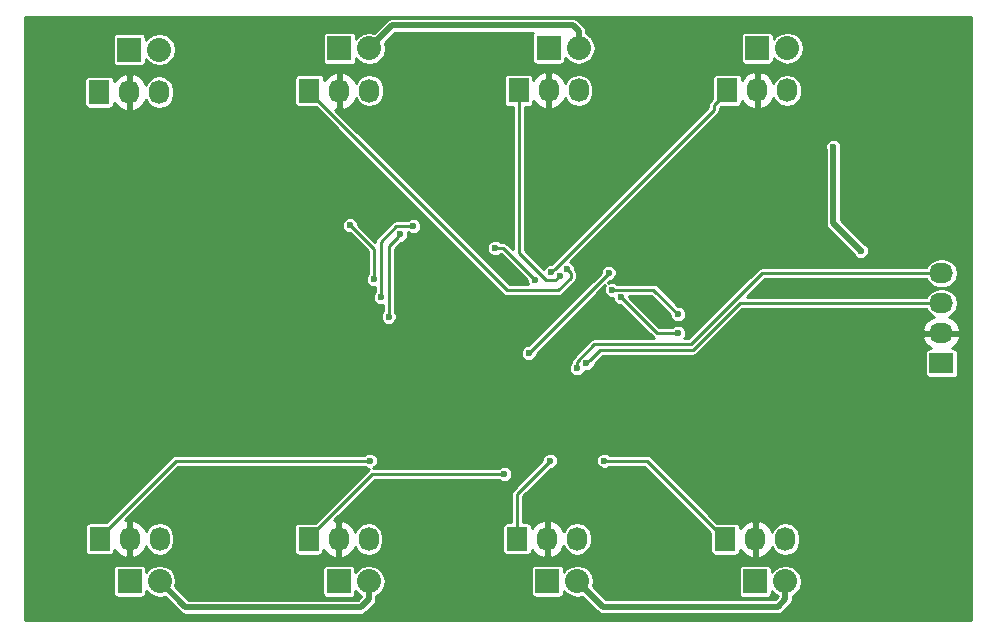
<source format=gbr>
G04 #@! TF.FileFunction,Copper,L2,Bot,Signal*
%FSLAX46Y46*%
G04 Gerber Fmt 4.6, Leading zero omitted, Abs format (unit mm)*
G04 Created by KiCad (PCBNEW 4.0.2-stable) date 2017年04月18日 星期二 05:20:49*
%MOMM*%
G01*
G04 APERTURE LIST*
%ADD10C,0.100000*%
%ADD11R,2.032000X2.032000*%
%ADD12O,2.032000X2.032000*%
%ADD13R,2.032000X1.727200*%
%ADD14O,2.032000X1.727200*%
%ADD15R,1.727200X2.032000*%
%ADD16O,1.727200X2.032000*%
%ADD17C,0.600000*%
%ADD18C,0.250000*%
%ADD19C,0.500000*%
%ADD20C,0.254000*%
G04 APERTURE END LIST*
D10*
D11*
X123260000Y-88225000D03*
D12*
X125800000Y-88225000D03*
D11*
X141058900Y-88112600D03*
D12*
X143598900Y-88112600D03*
D11*
X158775000Y-88100000D03*
D12*
X161315000Y-88100000D03*
D11*
X176425000Y-88100000D03*
D12*
X178965000Y-88100000D03*
D11*
X123285000Y-133225000D03*
D12*
X125825000Y-133225000D03*
D11*
X141010000Y-133250000D03*
D12*
X143550000Y-133250000D03*
D11*
X158660000Y-133225000D03*
D12*
X161200000Y-133225000D03*
D11*
X176260000Y-133250000D03*
D12*
X178800000Y-133250000D03*
D13*
X192025000Y-114765000D03*
D14*
X192025000Y-112225000D03*
X192025000Y-109685000D03*
X192025000Y-107145000D03*
D15*
X120720000Y-91825000D03*
D16*
X123260000Y-91825000D03*
X125800000Y-91825000D03*
D15*
X138506200Y-91694000D03*
D16*
X141046200Y-91694000D03*
X143586200Y-91694000D03*
D15*
X156225000Y-91675000D03*
D16*
X158765000Y-91675000D03*
X161305000Y-91675000D03*
D15*
X173875000Y-91675000D03*
D16*
X176415000Y-91675000D03*
X178955000Y-91675000D03*
D15*
X120745000Y-129650000D03*
D16*
X123285000Y-129650000D03*
X125825000Y-129650000D03*
D15*
X138450000Y-129675000D03*
D16*
X140990000Y-129675000D03*
X143530000Y-129675000D03*
D15*
X156100000Y-129650000D03*
D16*
X158640000Y-129650000D03*
X161180000Y-129650000D03*
D15*
X173725000Y-129675000D03*
D16*
X176265000Y-129675000D03*
X178805000Y-129675000D03*
D17*
X158429136Y-106504762D03*
X155970549Y-107120549D03*
X170300000Y-108675000D03*
X170300000Y-107075000D03*
X164475000Y-107825000D03*
X155950000Y-113750000D03*
X157850000Y-101825000D03*
X153575000Y-103525000D03*
X150500000Y-108075000D03*
X150150000Y-115150000D03*
X161575000Y-118150000D03*
X163300000Y-115275000D03*
X185025000Y-114975000D03*
X185025000Y-113475000D03*
X187775000Y-111000000D03*
X188600000Y-108475000D03*
X187550000Y-105875000D03*
X128400000Y-131425000D03*
X146075000Y-131475000D03*
X163725000Y-131425000D03*
X181350000Y-131450000D03*
X170250000Y-129675000D03*
X152625000Y-129675000D03*
X134975000Y-129675000D03*
X117250000Y-129675000D03*
X128400000Y-89999996D03*
X146150000Y-89900000D03*
X163850000Y-89900002D03*
X181525000Y-89875000D03*
X170500000Y-91700000D03*
X152825000Y-91700000D03*
X135125000Y-91750000D03*
X117375000Y-91850000D03*
X169975000Y-97925000D03*
X160500000Y-97925000D03*
X163850000Y-107125000D03*
X157075000Y-113925000D03*
X182875000Y-96450000D03*
X185200000Y-105250000D03*
X161975000Y-114775000D03*
X161174998Y-115200000D03*
X157599998Y-107699998D03*
X154254449Y-105020551D03*
X160325000Y-106825000D03*
X159735702Y-107372808D03*
X158995161Y-107070124D03*
X143625000Y-123025000D03*
X155000000Y-124150000D03*
X158900000Y-123025000D03*
X163475000Y-123025000D03*
X143950000Y-107674998D03*
X141950000Y-103100000D03*
X147325000Y-103175000D03*
X144550000Y-109200000D03*
X146225000Y-103875000D03*
X145225000Y-110850000D03*
X164870202Y-109164587D03*
X169725000Y-112225000D03*
X164115279Y-108539577D03*
X169724998Y-110625000D03*
D18*
X163850000Y-107150000D02*
X163850000Y-107125000D01*
X157075000Y-113925000D02*
X163850000Y-107150000D01*
D19*
X178800000Y-133250000D02*
X178800000Y-134775000D01*
X178800000Y-134775000D02*
X178175000Y-135400000D01*
X163375000Y-135400000D02*
X161200000Y-133225000D01*
X178175000Y-135400000D02*
X163375000Y-135400000D01*
X143550000Y-133250000D02*
X143550000Y-134775000D01*
X143550000Y-134775000D02*
X142900000Y-135425000D01*
X142900000Y-135425000D02*
X128025000Y-135425000D01*
X128025000Y-135425000D02*
X125825000Y-133225000D01*
X185200000Y-105250000D02*
X182875000Y-102925000D01*
X182875000Y-102925000D02*
X182875000Y-96450000D01*
X143598900Y-88112600D02*
X145536500Y-86175000D01*
X145536500Y-86175000D02*
X160850000Y-86175000D01*
X160850000Y-86175000D02*
X161315000Y-86640000D01*
X161315000Y-86640000D02*
X161315000Y-88100000D01*
D18*
X163125000Y-113625000D02*
X162274999Y-114475001D01*
X192025000Y-109685000D02*
X174940000Y-109685000D01*
X174940000Y-109685000D02*
X171000000Y-113625000D01*
X171000000Y-113625000D02*
X163125000Y-113625000D01*
X162274999Y-114475001D02*
X161975000Y-114775000D01*
X161174998Y-114775736D02*
X161174998Y-115200000D01*
X161174998Y-114650000D02*
X161174998Y-114775736D01*
X162650009Y-113174989D02*
X161174998Y-114650000D01*
X170813601Y-113174989D02*
X162650009Y-113174989D01*
X192025000Y-107145000D02*
X176843590Y-107145000D01*
X176843590Y-107145000D02*
X170813601Y-113174989D01*
X157299999Y-107399999D02*
X157599998Y-107699998D01*
X154254449Y-105020551D02*
X154920551Y-105020551D01*
X154920551Y-105020551D02*
X157299999Y-107399999D01*
X120720000Y-91825000D02*
X120725000Y-91825000D01*
X160624999Y-107124999D02*
X160325000Y-106825000D01*
X160624999Y-107524265D02*
X160624999Y-107124999D01*
X159549262Y-108600002D02*
X160624999Y-107524265D01*
X155259802Y-108600002D02*
X159549262Y-108600002D01*
X138506200Y-91846400D02*
X155259802Y-108600002D01*
X138506200Y-91694000D02*
X138506200Y-91846400D01*
X159358509Y-107750001D02*
X159435703Y-107672807D01*
X159435703Y-107672807D02*
X159735702Y-107372808D01*
X158549999Y-107750001D02*
X159358509Y-107750001D01*
X156225000Y-91675000D02*
X156225000Y-105425002D01*
X156225000Y-105425002D02*
X158549999Y-107750001D01*
X172761400Y-93303885D02*
X159295160Y-106770125D01*
X159295160Y-106770125D02*
X158995161Y-107070124D01*
X172761400Y-92941000D02*
X172761400Y-93303885D01*
X173875000Y-91827400D02*
X172761400Y-92941000D01*
X173875000Y-91675000D02*
X173875000Y-91827400D01*
X143200736Y-123025000D02*
X143625000Y-123025000D01*
X127217600Y-123025000D02*
X143200736Y-123025000D01*
X120745000Y-129497600D02*
X127217600Y-123025000D01*
X120745000Y-129650000D02*
X120745000Y-129497600D01*
X154575736Y-124150000D02*
X155000000Y-124150000D01*
X143822600Y-124150000D02*
X154575736Y-124150000D01*
X138450000Y-129522600D02*
X143822600Y-124150000D01*
X138450000Y-129675000D02*
X138450000Y-129522600D01*
X158600001Y-123324999D02*
X158900000Y-123025000D01*
X156100000Y-129650000D02*
X156100000Y-125825000D01*
X156100000Y-125825000D02*
X158600001Y-123324999D01*
X173725000Y-129675000D02*
X167075000Y-123025000D01*
X167075000Y-123025000D02*
X163475000Y-123025000D01*
X143950000Y-105100000D02*
X143950000Y-107250734D01*
X143950000Y-107250734D02*
X143950000Y-107674998D01*
X141950000Y-103100000D02*
X143950000Y-105100000D01*
X146900736Y-103175000D02*
X147325000Y-103175000D01*
X145875000Y-103175000D02*
X146900736Y-103175000D01*
X144575001Y-104474999D02*
X145875000Y-103175000D01*
X144575001Y-108750735D02*
X144575001Y-104474999D01*
X144550000Y-108775736D02*
X144575001Y-108750735D01*
X144550000Y-109200000D02*
X144550000Y-108775736D01*
X145925001Y-104174999D02*
X146225000Y-103875000D01*
X145225000Y-104875000D02*
X145925001Y-104174999D01*
X145225000Y-110850000D02*
X145225000Y-104875000D01*
X169725000Y-112225000D02*
X167930615Y-112225000D01*
X165170201Y-109464586D02*
X164870202Y-109164587D01*
X167930615Y-112225000D02*
X165170201Y-109464586D01*
X169724998Y-110625000D02*
X169724998Y-110624998D01*
X169724998Y-110624998D02*
X167639577Y-108539577D01*
X167639577Y-108539577D02*
X164539543Y-108539577D01*
X164539543Y-108539577D02*
X164115279Y-108539577D01*
D20*
G36*
X194544000Y-136544000D02*
X114456000Y-136544000D01*
X114456000Y-132209000D01*
X121880536Y-132209000D01*
X121880536Y-134241000D01*
X121907103Y-134382190D01*
X121990546Y-134511865D01*
X122117866Y-134598859D01*
X122269000Y-134629464D01*
X124301000Y-134629464D01*
X124442190Y-134602897D01*
X124571865Y-134519454D01*
X124658859Y-134392134D01*
X124689464Y-134241000D01*
X124689464Y-134032728D01*
X124809803Y-134212828D01*
X125263022Y-134515660D01*
X125797631Y-134622000D01*
X125852369Y-134622000D01*
X126250449Y-134542817D01*
X127578816Y-135871184D01*
X127783527Y-136007968D01*
X128025000Y-136056000D01*
X142900000Y-136056000D01*
X143141473Y-136007968D01*
X143346184Y-135871184D01*
X143996185Y-135221184D01*
X144132968Y-135016473D01*
X144181000Y-134775000D01*
X144181000Y-134494541D01*
X144565197Y-134237828D01*
X144868029Y-133784609D01*
X144974369Y-133250000D01*
X144868029Y-132715391D01*
X144565197Y-132262172D01*
X144485620Y-132209000D01*
X157255536Y-132209000D01*
X157255536Y-134241000D01*
X157282103Y-134382190D01*
X157365546Y-134511865D01*
X157492866Y-134598859D01*
X157644000Y-134629464D01*
X159676000Y-134629464D01*
X159817190Y-134602897D01*
X159946865Y-134519454D01*
X160033859Y-134392134D01*
X160064464Y-134241000D01*
X160064464Y-134032728D01*
X160184803Y-134212828D01*
X160638022Y-134515660D01*
X161172631Y-134622000D01*
X161227369Y-134622000D01*
X161625449Y-134542817D01*
X162928815Y-135846184D01*
X163065599Y-135937580D01*
X163133527Y-135982968D01*
X163375000Y-136031000D01*
X178175000Y-136031000D01*
X178416473Y-135982968D01*
X178621184Y-135846184D01*
X179246184Y-135221185D01*
X179382967Y-135016474D01*
X179382968Y-135016473D01*
X179431000Y-134775000D01*
X179431000Y-134494541D01*
X179815197Y-134237828D01*
X180118029Y-133784609D01*
X180224369Y-133250000D01*
X180118029Y-132715391D01*
X179815197Y-132262172D01*
X179361978Y-131959340D01*
X178827369Y-131853000D01*
X178772631Y-131853000D01*
X178238022Y-131959340D01*
X177784803Y-132262172D01*
X177664464Y-132442272D01*
X177664464Y-132234000D01*
X177637897Y-132092810D01*
X177554454Y-131963135D01*
X177427134Y-131876141D01*
X177276000Y-131845536D01*
X175244000Y-131845536D01*
X175102810Y-131872103D01*
X174973135Y-131955546D01*
X174886141Y-132082866D01*
X174855536Y-132234000D01*
X174855536Y-134266000D01*
X174882103Y-134407190D01*
X174965546Y-134536865D01*
X175092866Y-134623859D01*
X175244000Y-134654464D01*
X177276000Y-134654464D01*
X177417190Y-134627897D01*
X177546865Y-134544454D01*
X177633859Y-134417134D01*
X177664464Y-134266000D01*
X177664464Y-134057728D01*
X177784803Y-134237828D01*
X178169000Y-134494541D01*
X178169000Y-134513631D01*
X177913632Y-134769000D01*
X163636369Y-134769000D01*
X162536105Y-133668736D01*
X162624369Y-133225000D01*
X162518029Y-132690391D01*
X162215197Y-132237172D01*
X161761978Y-131934340D01*
X161227369Y-131828000D01*
X161172631Y-131828000D01*
X160638022Y-131934340D01*
X160184803Y-132237172D01*
X160064464Y-132417272D01*
X160064464Y-132209000D01*
X160037897Y-132067810D01*
X159954454Y-131938135D01*
X159827134Y-131851141D01*
X159676000Y-131820536D01*
X157644000Y-131820536D01*
X157502810Y-131847103D01*
X157373135Y-131930546D01*
X157286141Y-132057866D01*
X157255536Y-132209000D01*
X144485620Y-132209000D01*
X144111978Y-131959340D01*
X143577369Y-131853000D01*
X143522631Y-131853000D01*
X142988022Y-131959340D01*
X142534803Y-132262172D01*
X142414464Y-132442272D01*
X142414464Y-132234000D01*
X142387897Y-132092810D01*
X142304454Y-131963135D01*
X142177134Y-131876141D01*
X142026000Y-131845536D01*
X139994000Y-131845536D01*
X139852810Y-131872103D01*
X139723135Y-131955546D01*
X139636141Y-132082866D01*
X139605536Y-132234000D01*
X139605536Y-134266000D01*
X139632103Y-134407190D01*
X139715546Y-134536865D01*
X139842866Y-134623859D01*
X139994000Y-134654464D01*
X142026000Y-134654464D01*
X142167190Y-134627897D01*
X142296865Y-134544454D01*
X142383859Y-134417134D01*
X142414464Y-134266000D01*
X142414464Y-134057728D01*
X142534803Y-134237828D01*
X142919000Y-134494541D01*
X142919000Y-134513631D01*
X142638632Y-134794000D01*
X128286368Y-134794000D01*
X127161105Y-133668737D01*
X127249369Y-133225000D01*
X127143029Y-132690391D01*
X126840197Y-132237172D01*
X126386978Y-131934340D01*
X125852369Y-131828000D01*
X125797631Y-131828000D01*
X125263022Y-131934340D01*
X124809803Y-132237172D01*
X124689464Y-132417272D01*
X124689464Y-132209000D01*
X124662897Y-132067810D01*
X124579454Y-131938135D01*
X124452134Y-131851141D01*
X124301000Y-131820536D01*
X122269000Y-131820536D01*
X122127810Y-131847103D01*
X121998135Y-131930546D01*
X121911141Y-132057866D01*
X121880536Y-132209000D01*
X114456000Y-132209000D01*
X114456000Y-128634000D01*
X119492936Y-128634000D01*
X119492936Y-130666000D01*
X119519503Y-130807190D01*
X119602946Y-130936865D01*
X119730266Y-131023859D01*
X119881400Y-131054464D01*
X121608600Y-131054464D01*
X121749790Y-131027897D01*
X121879465Y-130944454D01*
X121966459Y-130817134D01*
X121997064Y-130666000D01*
X121997064Y-130568817D01*
X122382964Y-131000732D01*
X122910209Y-131254709D01*
X122925974Y-131257358D01*
X123158000Y-131136217D01*
X123158000Y-129777000D01*
X123138000Y-129777000D01*
X123138000Y-129523000D01*
X123158000Y-129523000D01*
X123158000Y-128163783D01*
X123412000Y-128163783D01*
X123412000Y-129523000D01*
X123432000Y-129523000D01*
X123432000Y-129777000D01*
X123412000Y-129777000D01*
X123412000Y-131136217D01*
X123644026Y-131257358D01*
X123659791Y-131254709D01*
X124187036Y-131000732D01*
X124576954Y-130564320D01*
X124672296Y-130291757D01*
X124675140Y-130306057D01*
X124944935Y-130709834D01*
X125348712Y-130979629D01*
X125825000Y-131074369D01*
X126301288Y-130979629D01*
X126705065Y-130709834D01*
X126974860Y-130306057D01*
X127069600Y-129829769D01*
X127069600Y-129470231D01*
X126974860Y-128993943D01*
X126705065Y-128590166D01*
X126301288Y-128320371D01*
X125825000Y-128225631D01*
X125348712Y-128320371D01*
X124944935Y-128590166D01*
X124675140Y-128993943D01*
X124672296Y-129008243D01*
X124576954Y-128735680D01*
X124187036Y-128299268D01*
X123659791Y-128045291D01*
X123644026Y-128042642D01*
X123412000Y-128163783D01*
X123158000Y-128163783D01*
X122925974Y-128042642D01*
X122913445Y-128044747D01*
X127427192Y-123531000D01*
X143167877Y-123531000D01*
X143238741Y-123601987D01*
X143488946Y-123705882D01*
X143593857Y-123705973D01*
X143464804Y-123792204D01*
X138986472Y-128270536D01*
X137586400Y-128270536D01*
X137445210Y-128297103D01*
X137315535Y-128380546D01*
X137228541Y-128507866D01*
X137197936Y-128659000D01*
X137197936Y-130691000D01*
X137224503Y-130832190D01*
X137307946Y-130961865D01*
X137435266Y-131048859D01*
X137586400Y-131079464D01*
X139313600Y-131079464D01*
X139454790Y-131052897D01*
X139584465Y-130969454D01*
X139671459Y-130842134D01*
X139702064Y-130691000D01*
X139702064Y-130593817D01*
X140087964Y-131025732D01*
X140615209Y-131279709D01*
X140630974Y-131282358D01*
X140863000Y-131161217D01*
X140863000Y-129802000D01*
X140843000Y-129802000D01*
X140843000Y-129548000D01*
X140863000Y-129548000D01*
X140863000Y-128188783D01*
X141117000Y-128188783D01*
X141117000Y-129548000D01*
X141137000Y-129548000D01*
X141137000Y-129802000D01*
X141117000Y-129802000D01*
X141117000Y-131161217D01*
X141349026Y-131282358D01*
X141364791Y-131279709D01*
X141892036Y-131025732D01*
X142281954Y-130589320D01*
X142377296Y-130316757D01*
X142380140Y-130331057D01*
X142649935Y-130734834D01*
X143053712Y-131004629D01*
X143530000Y-131099369D01*
X144006288Y-131004629D01*
X144410065Y-130734834D01*
X144679860Y-130331057D01*
X144774600Y-129854769D01*
X144774600Y-129495231D01*
X144679860Y-129018943D01*
X144422650Y-128634000D01*
X154847936Y-128634000D01*
X154847936Y-130666000D01*
X154874503Y-130807190D01*
X154957946Y-130936865D01*
X155085266Y-131023859D01*
X155236400Y-131054464D01*
X156963600Y-131054464D01*
X157104790Y-131027897D01*
X157234465Y-130944454D01*
X157321459Y-130817134D01*
X157352064Y-130666000D01*
X157352064Y-130568817D01*
X157737964Y-131000732D01*
X158265209Y-131254709D01*
X158280974Y-131257358D01*
X158513000Y-131136217D01*
X158513000Y-129777000D01*
X158493000Y-129777000D01*
X158493000Y-129523000D01*
X158513000Y-129523000D01*
X158513000Y-128163783D01*
X158767000Y-128163783D01*
X158767000Y-129523000D01*
X158787000Y-129523000D01*
X158787000Y-129777000D01*
X158767000Y-129777000D01*
X158767000Y-131136217D01*
X158999026Y-131257358D01*
X159014791Y-131254709D01*
X159542036Y-131000732D01*
X159931954Y-130564320D01*
X160027296Y-130291757D01*
X160030140Y-130306057D01*
X160299935Y-130709834D01*
X160703712Y-130979629D01*
X161180000Y-131074369D01*
X161656288Y-130979629D01*
X162060065Y-130709834D01*
X162329860Y-130306057D01*
X162424600Y-129829769D01*
X162424600Y-129470231D01*
X162329860Y-128993943D01*
X162060065Y-128590166D01*
X161656288Y-128320371D01*
X161180000Y-128225631D01*
X160703712Y-128320371D01*
X160299935Y-128590166D01*
X160030140Y-128993943D01*
X160027296Y-129008243D01*
X159931954Y-128735680D01*
X159542036Y-128299268D01*
X159014791Y-128045291D01*
X158999026Y-128042642D01*
X158767000Y-128163783D01*
X158513000Y-128163783D01*
X158280974Y-128042642D01*
X158265209Y-128045291D01*
X157737964Y-128299268D01*
X157352064Y-128731183D01*
X157352064Y-128634000D01*
X157325497Y-128492810D01*
X157242054Y-128363135D01*
X157114734Y-128276141D01*
X156963600Y-128245536D01*
X156606000Y-128245536D01*
X156606000Y-126034592D01*
X158934561Y-123706031D01*
X159034865Y-123706118D01*
X159285252Y-123602661D01*
X159476987Y-123411259D01*
X159580882Y-123161054D01*
X159580883Y-123159865D01*
X162793882Y-123159865D01*
X162897339Y-123410252D01*
X163088741Y-123601987D01*
X163338946Y-123705882D01*
X163609865Y-123706118D01*
X163860252Y-123602661D01*
X163932038Y-123531000D01*
X166865408Y-123531000D01*
X172472936Y-129138528D01*
X172472936Y-130691000D01*
X172499503Y-130832190D01*
X172582946Y-130961865D01*
X172710266Y-131048859D01*
X172861400Y-131079464D01*
X174588600Y-131079464D01*
X174729790Y-131052897D01*
X174859465Y-130969454D01*
X174946459Y-130842134D01*
X174977064Y-130691000D01*
X174977064Y-130593817D01*
X175362964Y-131025732D01*
X175890209Y-131279709D01*
X175905974Y-131282358D01*
X176138000Y-131161217D01*
X176138000Y-129802000D01*
X176118000Y-129802000D01*
X176118000Y-129548000D01*
X176138000Y-129548000D01*
X176138000Y-128188783D01*
X176392000Y-128188783D01*
X176392000Y-129548000D01*
X176412000Y-129548000D01*
X176412000Y-129802000D01*
X176392000Y-129802000D01*
X176392000Y-131161217D01*
X176624026Y-131282358D01*
X176639791Y-131279709D01*
X177167036Y-131025732D01*
X177556954Y-130589320D01*
X177652296Y-130316757D01*
X177655140Y-130331057D01*
X177924935Y-130734834D01*
X178328712Y-131004629D01*
X178805000Y-131099369D01*
X179281288Y-131004629D01*
X179685065Y-130734834D01*
X179954860Y-130331057D01*
X180049600Y-129854769D01*
X180049600Y-129495231D01*
X179954860Y-129018943D01*
X179685065Y-128615166D01*
X179281288Y-128345371D01*
X178805000Y-128250631D01*
X178328712Y-128345371D01*
X177924935Y-128615166D01*
X177655140Y-129018943D01*
X177652296Y-129033243D01*
X177556954Y-128760680D01*
X177167036Y-128324268D01*
X176639791Y-128070291D01*
X176624026Y-128067642D01*
X176392000Y-128188783D01*
X176138000Y-128188783D01*
X175905974Y-128067642D01*
X175890209Y-128070291D01*
X175362964Y-128324268D01*
X174977064Y-128756183D01*
X174977064Y-128659000D01*
X174950497Y-128517810D01*
X174867054Y-128388135D01*
X174739734Y-128301141D01*
X174588600Y-128270536D01*
X173036128Y-128270536D01*
X167432796Y-122667204D01*
X167268638Y-122557517D01*
X167075000Y-122519000D01*
X163932123Y-122519000D01*
X163861259Y-122448013D01*
X163611054Y-122344118D01*
X163340135Y-122343882D01*
X163089748Y-122447339D01*
X162898013Y-122638741D01*
X162794118Y-122888946D01*
X162793882Y-123159865D01*
X159580883Y-123159865D01*
X159581118Y-122890135D01*
X159477661Y-122639748D01*
X159286259Y-122448013D01*
X159036054Y-122344118D01*
X158765135Y-122343882D01*
X158514748Y-122447339D01*
X158323013Y-122638741D01*
X158219118Y-122888946D01*
X158219030Y-122990378D01*
X155742204Y-125467204D01*
X155632517Y-125631362D01*
X155594000Y-125825000D01*
X155594000Y-128245536D01*
X155236400Y-128245536D01*
X155095210Y-128272103D01*
X154965535Y-128355546D01*
X154878541Y-128482866D01*
X154847936Y-128634000D01*
X144422650Y-128634000D01*
X144410065Y-128615166D01*
X144006288Y-128345371D01*
X143530000Y-128250631D01*
X143053712Y-128345371D01*
X142649935Y-128615166D01*
X142380140Y-129018943D01*
X142377296Y-129033243D01*
X142281954Y-128760680D01*
X141892036Y-128324268D01*
X141364791Y-128070291D01*
X141349026Y-128067642D01*
X141117000Y-128188783D01*
X140863000Y-128188783D01*
X140630974Y-128067642D01*
X140618445Y-128069747D01*
X144032192Y-124656000D01*
X154542877Y-124656000D01*
X154613741Y-124726987D01*
X154863946Y-124830882D01*
X155134865Y-124831118D01*
X155385252Y-124727661D01*
X155576987Y-124536259D01*
X155680882Y-124286054D01*
X155681118Y-124015135D01*
X155577661Y-123764748D01*
X155386259Y-123573013D01*
X155136054Y-123469118D01*
X154865135Y-123468882D01*
X154614748Y-123572339D01*
X154542962Y-123644000D01*
X143910203Y-123644000D01*
X144010252Y-123602661D01*
X144201987Y-123411259D01*
X144305882Y-123161054D01*
X144306118Y-122890135D01*
X144202661Y-122639748D01*
X144011259Y-122448013D01*
X143761054Y-122344118D01*
X143490135Y-122343882D01*
X143239748Y-122447339D01*
X143167962Y-122519000D01*
X127217600Y-122519000D01*
X127023962Y-122557517D01*
X126902402Y-122638741D01*
X126859804Y-122667204D01*
X121281472Y-128245536D01*
X119881400Y-128245536D01*
X119740210Y-128272103D01*
X119610535Y-128355546D01*
X119523541Y-128482866D01*
X119492936Y-128634000D01*
X114456000Y-128634000D01*
X114456000Y-114059865D01*
X156393882Y-114059865D01*
X156497339Y-114310252D01*
X156688741Y-114501987D01*
X156938946Y-114605882D01*
X157209865Y-114606118D01*
X157460252Y-114502661D01*
X157651987Y-114311259D01*
X157755882Y-114061054D01*
X157755970Y-113959622D01*
X163521262Y-108194330D01*
X163434397Y-108403523D01*
X163434161Y-108674442D01*
X163537618Y-108924829D01*
X163729020Y-109116564D01*
X163979225Y-109220459D01*
X164189153Y-109220642D01*
X164189084Y-109299452D01*
X164292541Y-109549839D01*
X164483943Y-109741574D01*
X164734148Y-109845469D01*
X164835580Y-109845557D01*
X167572819Y-112582796D01*
X167701816Y-112668989D01*
X162650009Y-112668989D01*
X162456371Y-112707506D01*
X162314970Y-112801987D01*
X162292213Y-112817193D01*
X160817202Y-114292204D01*
X160707515Y-114456362D01*
X160668998Y-114650000D01*
X160668998Y-114742877D01*
X160598011Y-114813741D01*
X160494116Y-115063946D01*
X160493880Y-115334865D01*
X160597337Y-115585252D01*
X160788739Y-115776987D01*
X161038944Y-115880882D01*
X161309863Y-115881118D01*
X161560250Y-115777661D01*
X161751985Y-115586259D01*
X161810950Y-115444257D01*
X161838946Y-115455882D01*
X162109865Y-115456118D01*
X162360252Y-115352661D01*
X162551987Y-115161259D01*
X162655882Y-114911054D01*
X162655970Y-114809622D01*
X163334592Y-114131000D01*
X171000000Y-114131000D01*
X171193638Y-114092483D01*
X171357796Y-113982796D01*
X172756566Y-112584026D01*
X190417642Y-112584026D01*
X190420291Y-112599791D01*
X190674268Y-113127036D01*
X191106183Y-113512936D01*
X191009000Y-113512936D01*
X190867810Y-113539503D01*
X190738135Y-113622946D01*
X190651141Y-113750266D01*
X190620536Y-113901400D01*
X190620536Y-115628600D01*
X190647103Y-115769790D01*
X190730546Y-115899465D01*
X190857866Y-115986459D01*
X191009000Y-116017064D01*
X193041000Y-116017064D01*
X193182190Y-115990497D01*
X193311865Y-115907054D01*
X193398859Y-115779734D01*
X193429464Y-115628600D01*
X193429464Y-113901400D01*
X193402897Y-113760210D01*
X193319454Y-113630535D01*
X193192134Y-113543541D01*
X193041000Y-113512936D01*
X192943817Y-113512936D01*
X193375732Y-113127036D01*
X193629709Y-112599791D01*
X193632358Y-112584026D01*
X193511217Y-112352000D01*
X192152000Y-112352000D01*
X192152000Y-112372000D01*
X191898000Y-112372000D01*
X191898000Y-112352000D01*
X190538783Y-112352000D01*
X190417642Y-112584026D01*
X172756566Y-112584026D01*
X175149592Y-110191000D01*
X190715224Y-110191000D01*
X190965166Y-110565065D01*
X191368943Y-110834860D01*
X191383243Y-110837704D01*
X191110680Y-110933046D01*
X190674268Y-111322964D01*
X190420291Y-111850209D01*
X190417642Y-111865974D01*
X190538783Y-112098000D01*
X191898000Y-112098000D01*
X191898000Y-112078000D01*
X192152000Y-112078000D01*
X192152000Y-112098000D01*
X193511217Y-112098000D01*
X193632358Y-111865974D01*
X193629709Y-111850209D01*
X193375732Y-111322964D01*
X192939320Y-110933046D01*
X192666757Y-110837704D01*
X192681057Y-110834860D01*
X193084834Y-110565065D01*
X193354629Y-110161288D01*
X193449369Y-109685000D01*
X193354629Y-109208712D01*
X193084834Y-108804935D01*
X192681057Y-108535140D01*
X192204769Y-108440400D01*
X191845231Y-108440400D01*
X191368943Y-108535140D01*
X190965166Y-108804935D01*
X190715224Y-109179000D01*
X175525182Y-109179000D01*
X177053182Y-107651000D01*
X190715224Y-107651000D01*
X190965166Y-108025065D01*
X191368943Y-108294860D01*
X191845231Y-108389600D01*
X192204769Y-108389600D01*
X192681057Y-108294860D01*
X193084834Y-108025065D01*
X193354629Y-107621288D01*
X193449369Y-107145000D01*
X193354629Y-106668712D01*
X193084834Y-106264935D01*
X192681057Y-105995140D01*
X192204769Y-105900400D01*
X191845231Y-105900400D01*
X191368943Y-105995140D01*
X190965166Y-106264935D01*
X190715224Y-106639000D01*
X176843590Y-106639000D01*
X176649952Y-106677517D01*
X176485794Y-106787204D01*
X170604009Y-112668989D01*
X170244157Y-112668989D01*
X170301987Y-112611259D01*
X170405882Y-112361054D01*
X170406118Y-112090135D01*
X170302661Y-111839748D01*
X170111259Y-111648013D01*
X169861054Y-111544118D01*
X169590135Y-111543882D01*
X169339748Y-111647339D01*
X169267962Y-111719000D01*
X168140207Y-111719000D01*
X165551233Y-109130026D01*
X165551306Y-109045577D01*
X167429985Y-109045577D01*
X169043967Y-110659559D01*
X169043880Y-110759865D01*
X169147337Y-111010252D01*
X169338739Y-111201987D01*
X169588944Y-111305882D01*
X169859863Y-111306118D01*
X170110250Y-111202661D01*
X170301985Y-111011259D01*
X170405880Y-110761054D01*
X170406116Y-110490135D01*
X170302659Y-110239748D01*
X170111257Y-110048013D01*
X169861052Y-109944118D01*
X169759622Y-109944030D01*
X167997373Y-108181781D01*
X167833215Y-108072094D01*
X167639577Y-108033577D01*
X164572402Y-108033577D01*
X164501538Y-107962590D01*
X164251333Y-107858695D01*
X163980414Y-107858459D01*
X163770328Y-107945264D01*
X163909540Y-107806052D01*
X163984865Y-107806118D01*
X164235252Y-107702661D01*
X164426987Y-107511259D01*
X164530882Y-107261054D01*
X164531118Y-106990135D01*
X164427661Y-106739748D01*
X164236259Y-106548013D01*
X163986054Y-106444118D01*
X163715135Y-106443882D01*
X163464748Y-106547339D01*
X163273013Y-106738741D01*
X163169118Y-106988946D01*
X163169008Y-107115400D01*
X157040439Y-113243969D01*
X156940135Y-113243882D01*
X156689748Y-113347339D01*
X156498013Y-113538741D01*
X156394118Y-113788946D01*
X156393882Y-114059865D01*
X114456000Y-114059865D01*
X114456000Y-103234865D01*
X141268882Y-103234865D01*
X141372339Y-103485252D01*
X141563741Y-103676987D01*
X141813946Y-103780882D01*
X141915378Y-103780970D01*
X143444000Y-105309592D01*
X143444000Y-107217875D01*
X143373013Y-107288739D01*
X143269118Y-107538944D01*
X143268882Y-107809863D01*
X143372339Y-108060250D01*
X143563741Y-108251985D01*
X143813946Y-108355880D01*
X144069001Y-108356102D01*
X144069001Y-108650048D01*
X144052155Y-108734736D01*
X143973013Y-108813741D01*
X143869118Y-109063946D01*
X143868882Y-109334865D01*
X143972339Y-109585252D01*
X144163741Y-109776987D01*
X144413946Y-109880882D01*
X144684865Y-109881118D01*
X144719000Y-109867014D01*
X144719000Y-110392877D01*
X144648013Y-110463741D01*
X144544118Y-110713946D01*
X144543882Y-110984865D01*
X144647339Y-111235252D01*
X144838741Y-111426987D01*
X145088946Y-111530882D01*
X145359865Y-111531118D01*
X145610252Y-111427661D01*
X145801987Y-111236259D01*
X145905882Y-110986054D01*
X145906118Y-110715135D01*
X145802661Y-110464748D01*
X145731000Y-110392962D01*
X145731000Y-105084592D01*
X146259561Y-104556031D01*
X146359865Y-104556118D01*
X146610252Y-104452661D01*
X146801987Y-104261259D01*
X146905882Y-104011054D01*
X146906118Y-103740135D01*
X146891435Y-103704598D01*
X146938741Y-103751987D01*
X147188946Y-103855882D01*
X147459865Y-103856118D01*
X147710252Y-103752661D01*
X147901987Y-103561259D01*
X148005882Y-103311054D01*
X148006118Y-103040135D01*
X147902661Y-102789748D01*
X147711259Y-102598013D01*
X147461054Y-102494118D01*
X147190135Y-102493882D01*
X146939748Y-102597339D01*
X146867962Y-102669000D01*
X145875000Y-102669000D01*
X145681362Y-102707517D01*
X145517204Y-102817204D01*
X144217205Y-104117203D01*
X144107518Y-104281361D01*
X144069001Y-104474999D01*
X144069001Y-104503409D01*
X142631031Y-103065439D01*
X142631118Y-102965135D01*
X142527661Y-102714748D01*
X142336259Y-102523013D01*
X142086054Y-102419118D01*
X141815135Y-102418882D01*
X141564748Y-102522339D01*
X141373013Y-102713741D01*
X141269118Y-102963946D01*
X141268882Y-103234865D01*
X114456000Y-103234865D01*
X114456000Y-90809000D01*
X119467936Y-90809000D01*
X119467936Y-92841000D01*
X119494503Y-92982190D01*
X119577946Y-93111865D01*
X119705266Y-93198859D01*
X119856400Y-93229464D01*
X121583600Y-93229464D01*
X121724790Y-93202897D01*
X121854465Y-93119454D01*
X121941459Y-92992134D01*
X121972064Y-92841000D01*
X121972064Y-92743817D01*
X122357964Y-93175732D01*
X122885209Y-93429709D01*
X122900974Y-93432358D01*
X123133000Y-93311217D01*
X123133000Y-91952000D01*
X123113000Y-91952000D01*
X123113000Y-91698000D01*
X123133000Y-91698000D01*
X123133000Y-90338783D01*
X123387000Y-90338783D01*
X123387000Y-91698000D01*
X123407000Y-91698000D01*
X123407000Y-91952000D01*
X123387000Y-91952000D01*
X123387000Y-93311217D01*
X123619026Y-93432358D01*
X123634791Y-93429709D01*
X124162036Y-93175732D01*
X124551954Y-92739320D01*
X124647296Y-92466757D01*
X124650140Y-92481057D01*
X124919935Y-92884834D01*
X125323712Y-93154629D01*
X125800000Y-93249369D01*
X126276288Y-93154629D01*
X126680065Y-92884834D01*
X126949860Y-92481057D01*
X127044600Y-92004769D01*
X127044600Y-91645231D01*
X126949860Y-91168943D01*
X126680065Y-90765166D01*
X126549612Y-90678000D01*
X137254136Y-90678000D01*
X137254136Y-92710000D01*
X137280703Y-92851190D01*
X137364146Y-92980865D01*
X137491466Y-93067859D01*
X137642600Y-93098464D01*
X139042672Y-93098464D01*
X154902006Y-108957798D01*
X155066164Y-109067485D01*
X155259802Y-109106002D01*
X159549262Y-109106002D01*
X159742900Y-109067485D01*
X159907058Y-108957798D01*
X160982795Y-107882061D01*
X161092482Y-107717903D01*
X161130999Y-107524265D01*
X161130999Y-107124999D01*
X161092482Y-106931361D01*
X161006021Y-106801963D01*
X161006118Y-106690135D01*
X160902661Y-106439748D01*
X160711259Y-106248013D01*
X160585206Y-106195671D01*
X170196012Y-96584865D01*
X182193882Y-96584865D01*
X182244000Y-96706161D01*
X182244000Y-102925000D01*
X182266902Y-103040135D01*
X182292032Y-103166473D01*
X182428816Y-103371184D01*
X184572667Y-105515036D01*
X184622339Y-105635252D01*
X184813741Y-105826987D01*
X185063946Y-105930882D01*
X185334865Y-105931118D01*
X185585252Y-105827661D01*
X185776987Y-105636259D01*
X185880882Y-105386054D01*
X185881118Y-105115135D01*
X185777661Y-104864748D01*
X185586259Y-104673013D01*
X185465052Y-104622683D01*
X183506000Y-102663632D01*
X183506000Y-96706182D01*
X183555882Y-96586054D01*
X183556118Y-96315135D01*
X183452661Y-96064748D01*
X183261259Y-95873013D01*
X183011054Y-95769118D01*
X182740135Y-95768882D01*
X182489748Y-95872339D01*
X182298013Y-96063741D01*
X182194118Y-96313946D01*
X182193882Y-96584865D01*
X170196012Y-96584865D01*
X173119196Y-93661681D01*
X173228883Y-93497523D01*
X173267400Y-93303885D01*
X173267400Y-93150592D01*
X173338528Y-93079464D01*
X174738600Y-93079464D01*
X174879790Y-93052897D01*
X175009465Y-92969454D01*
X175096459Y-92842134D01*
X175127064Y-92691000D01*
X175127064Y-92593817D01*
X175512964Y-93025732D01*
X176040209Y-93279709D01*
X176055974Y-93282358D01*
X176288000Y-93161217D01*
X176288000Y-91802000D01*
X176268000Y-91802000D01*
X176268000Y-91548000D01*
X176288000Y-91548000D01*
X176288000Y-90188783D01*
X176542000Y-90188783D01*
X176542000Y-91548000D01*
X176562000Y-91548000D01*
X176562000Y-91802000D01*
X176542000Y-91802000D01*
X176542000Y-93161217D01*
X176774026Y-93282358D01*
X176789791Y-93279709D01*
X177317036Y-93025732D01*
X177706954Y-92589320D01*
X177802296Y-92316757D01*
X177805140Y-92331057D01*
X178074935Y-92734834D01*
X178478712Y-93004629D01*
X178955000Y-93099369D01*
X179431288Y-93004629D01*
X179835065Y-92734834D01*
X180104860Y-92331057D01*
X180199600Y-91854769D01*
X180199600Y-91495231D01*
X180104860Y-91018943D01*
X179835065Y-90615166D01*
X179431288Y-90345371D01*
X178955000Y-90250631D01*
X178478712Y-90345371D01*
X178074935Y-90615166D01*
X177805140Y-91018943D01*
X177802296Y-91033243D01*
X177706954Y-90760680D01*
X177317036Y-90324268D01*
X176789791Y-90070291D01*
X176774026Y-90067642D01*
X176542000Y-90188783D01*
X176288000Y-90188783D01*
X176055974Y-90067642D01*
X176040209Y-90070291D01*
X175512964Y-90324268D01*
X175127064Y-90756183D01*
X175127064Y-90659000D01*
X175100497Y-90517810D01*
X175017054Y-90388135D01*
X174889734Y-90301141D01*
X174738600Y-90270536D01*
X173011400Y-90270536D01*
X172870210Y-90297103D01*
X172740535Y-90380546D01*
X172653541Y-90507866D01*
X172622936Y-90659000D01*
X172622936Y-92363872D01*
X172403604Y-92583204D01*
X172293917Y-92747362D01*
X172255400Y-92941000D01*
X172255400Y-93094293D01*
X158960600Y-106389093D01*
X158860296Y-106389006D01*
X158609909Y-106492463D01*
X158418174Y-106683865D01*
X158354001Y-106838411D01*
X156731000Y-105215410D01*
X156731000Y-93079464D01*
X157088600Y-93079464D01*
X157229790Y-93052897D01*
X157359465Y-92969454D01*
X157446459Y-92842134D01*
X157477064Y-92691000D01*
X157477064Y-92593817D01*
X157862964Y-93025732D01*
X158390209Y-93279709D01*
X158405974Y-93282358D01*
X158638000Y-93161217D01*
X158638000Y-91802000D01*
X158618000Y-91802000D01*
X158618000Y-91548000D01*
X158638000Y-91548000D01*
X158638000Y-90188783D01*
X158892000Y-90188783D01*
X158892000Y-91548000D01*
X158912000Y-91548000D01*
X158912000Y-91802000D01*
X158892000Y-91802000D01*
X158892000Y-93161217D01*
X159124026Y-93282358D01*
X159139791Y-93279709D01*
X159667036Y-93025732D01*
X160056954Y-92589320D01*
X160152296Y-92316757D01*
X160155140Y-92331057D01*
X160424935Y-92734834D01*
X160828712Y-93004629D01*
X161305000Y-93099369D01*
X161781288Y-93004629D01*
X162185065Y-92734834D01*
X162454860Y-92331057D01*
X162549600Y-91854769D01*
X162549600Y-91495231D01*
X162454860Y-91018943D01*
X162185065Y-90615166D01*
X161781288Y-90345371D01*
X161305000Y-90250631D01*
X160828712Y-90345371D01*
X160424935Y-90615166D01*
X160155140Y-91018943D01*
X160152296Y-91033243D01*
X160056954Y-90760680D01*
X159667036Y-90324268D01*
X159139791Y-90070291D01*
X159124026Y-90067642D01*
X158892000Y-90188783D01*
X158638000Y-90188783D01*
X158405974Y-90067642D01*
X158390209Y-90070291D01*
X157862964Y-90324268D01*
X157477064Y-90756183D01*
X157477064Y-90659000D01*
X157450497Y-90517810D01*
X157367054Y-90388135D01*
X157239734Y-90301141D01*
X157088600Y-90270536D01*
X155361400Y-90270536D01*
X155220210Y-90297103D01*
X155090535Y-90380546D01*
X155003541Y-90507866D01*
X154972936Y-90659000D01*
X154972936Y-92691000D01*
X154999503Y-92832190D01*
X155082946Y-92961865D01*
X155210266Y-93048859D01*
X155361400Y-93079464D01*
X155719000Y-93079464D01*
X155719000Y-105103408D01*
X155278347Y-104662755D01*
X155114189Y-104553068D01*
X154920551Y-104514551D01*
X154711572Y-104514551D01*
X154640708Y-104443564D01*
X154390503Y-104339669D01*
X154119584Y-104339433D01*
X153869197Y-104442890D01*
X153677462Y-104634292D01*
X153573567Y-104884497D01*
X153573331Y-105155416D01*
X153676788Y-105405803D01*
X153868190Y-105597538D01*
X154118395Y-105701433D01*
X154389314Y-105701669D01*
X154639701Y-105598212D01*
X154711223Y-105526815D01*
X156918967Y-107734559D01*
X156918880Y-107834863D01*
X157022337Y-108085250D01*
X157031074Y-108094002D01*
X155469394Y-108094002D01*
X140674645Y-93299253D01*
X140687174Y-93301358D01*
X140919200Y-93180217D01*
X140919200Y-91821000D01*
X140899200Y-91821000D01*
X140899200Y-91567000D01*
X140919200Y-91567000D01*
X140919200Y-90207783D01*
X141173200Y-90207783D01*
X141173200Y-91567000D01*
X141193200Y-91567000D01*
X141193200Y-91821000D01*
X141173200Y-91821000D01*
X141173200Y-93180217D01*
X141405226Y-93301358D01*
X141420991Y-93298709D01*
X141948236Y-93044732D01*
X142338154Y-92608320D01*
X142433496Y-92335757D01*
X142436340Y-92350057D01*
X142706135Y-92753834D01*
X143109912Y-93023629D01*
X143586200Y-93118369D01*
X144062488Y-93023629D01*
X144466265Y-92753834D01*
X144736060Y-92350057D01*
X144830800Y-91873769D01*
X144830800Y-91514231D01*
X144736060Y-91037943D01*
X144466265Y-90634166D01*
X144062488Y-90364371D01*
X143586200Y-90269631D01*
X143109912Y-90364371D01*
X142706135Y-90634166D01*
X142436340Y-91037943D01*
X142433496Y-91052243D01*
X142338154Y-90779680D01*
X141948236Y-90343268D01*
X141420991Y-90089291D01*
X141405226Y-90086642D01*
X141173200Y-90207783D01*
X140919200Y-90207783D01*
X140687174Y-90086642D01*
X140671409Y-90089291D01*
X140144164Y-90343268D01*
X139758264Y-90775183D01*
X139758264Y-90678000D01*
X139731697Y-90536810D01*
X139648254Y-90407135D01*
X139520934Y-90320141D01*
X139369800Y-90289536D01*
X137642600Y-90289536D01*
X137501410Y-90316103D01*
X137371735Y-90399546D01*
X137284741Y-90526866D01*
X137254136Y-90678000D01*
X126549612Y-90678000D01*
X126276288Y-90495371D01*
X125800000Y-90400631D01*
X125323712Y-90495371D01*
X124919935Y-90765166D01*
X124650140Y-91168943D01*
X124647296Y-91183243D01*
X124551954Y-90910680D01*
X124162036Y-90474268D01*
X123634791Y-90220291D01*
X123619026Y-90217642D01*
X123387000Y-90338783D01*
X123133000Y-90338783D01*
X122900974Y-90217642D01*
X122885209Y-90220291D01*
X122357964Y-90474268D01*
X121972064Y-90906183D01*
X121972064Y-90809000D01*
X121945497Y-90667810D01*
X121862054Y-90538135D01*
X121734734Y-90451141D01*
X121583600Y-90420536D01*
X119856400Y-90420536D01*
X119715210Y-90447103D01*
X119585535Y-90530546D01*
X119498541Y-90657866D01*
X119467936Y-90809000D01*
X114456000Y-90809000D01*
X114456000Y-87209000D01*
X121855536Y-87209000D01*
X121855536Y-89241000D01*
X121882103Y-89382190D01*
X121965546Y-89511865D01*
X122092866Y-89598859D01*
X122244000Y-89629464D01*
X124276000Y-89629464D01*
X124417190Y-89602897D01*
X124546865Y-89519454D01*
X124633859Y-89392134D01*
X124664464Y-89241000D01*
X124664464Y-89032728D01*
X124784803Y-89212828D01*
X125238022Y-89515660D01*
X125772631Y-89622000D01*
X125827369Y-89622000D01*
X126361978Y-89515660D01*
X126815197Y-89212828D01*
X127118029Y-88759609D01*
X127224369Y-88225000D01*
X127118029Y-87690391D01*
X126815197Y-87237172D01*
X126604817Y-87096600D01*
X139654436Y-87096600D01*
X139654436Y-89128600D01*
X139681003Y-89269790D01*
X139764446Y-89399465D01*
X139891766Y-89486459D01*
X140042900Y-89517064D01*
X142074900Y-89517064D01*
X142216090Y-89490497D01*
X142345765Y-89407054D01*
X142432759Y-89279734D01*
X142463364Y-89128600D01*
X142463364Y-88920328D01*
X142583703Y-89100428D01*
X143036922Y-89403260D01*
X143571531Y-89509600D01*
X143626269Y-89509600D01*
X144160878Y-89403260D01*
X144614097Y-89100428D01*
X144916929Y-88647209D01*
X145023269Y-88112600D01*
X144935005Y-87668864D01*
X145797869Y-86806000D01*
X157487825Y-86806000D01*
X157401141Y-86932866D01*
X157370536Y-87084000D01*
X157370536Y-89116000D01*
X157397103Y-89257190D01*
X157480546Y-89386865D01*
X157607866Y-89473859D01*
X157759000Y-89504464D01*
X159791000Y-89504464D01*
X159932190Y-89477897D01*
X160061865Y-89394454D01*
X160148859Y-89267134D01*
X160179464Y-89116000D01*
X160179464Y-88907728D01*
X160299803Y-89087828D01*
X160753022Y-89390660D01*
X161287631Y-89497000D01*
X161342369Y-89497000D01*
X161876978Y-89390660D01*
X162330197Y-89087828D01*
X162633029Y-88634609D01*
X162739369Y-88100000D01*
X162633029Y-87565391D01*
X162330197Y-87112172D01*
X162288035Y-87084000D01*
X175020536Y-87084000D01*
X175020536Y-89116000D01*
X175047103Y-89257190D01*
X175130546Y-89386865D01*
X175257866Y-89473859D01*
X175409000Y-89504464D01*
X177441000Y-89504464D01*
X177582190Y-89477897D01*
X177711865Y-89394454D01*
X177798859Y-89267134D01*
X177829464Y-89116000D01*
X177829464Y-88907728D01*
X177949803Y-89087828D01*
X178403022Y-89390660D01*
X178937631Y-89497000D01*
X178992369Y-89497000D01*
X179526978Y-89390660D01*
X179980197Y-89087828D01*
X180283029Y-88634609D01*
X180389369Y-88100000D01*
X180283029Y-87565391D01*
X179980197Y-87112172D01*
X179526978Y-86809340D01*
X178992369Y-86703000D01*
X178937631Y-86703000D01*
X178403022Y-86809340D01*
X177949803Y-87112172D01*
X177829464Y-87292272D01*
X177829464Y-87084000D01*
X177802897Y-86942810D01*
X177719454Y-86813135D01*
X177592134Y-86726141D01*
X177441000Y-86695536D01*
X175409000Y-86695536D01*
X175267810Y-86722103D01*
X175138135Y-86805546D01*
X175051141Y-86932866D01*
X175020536Y-87084000D01*
X162288035Y-87084000D01*
X161946000Y-86855459D01*
X161946000Y-86640000D01*
X161897968Y-86398527D01*
X161897968Y-86398526D01*
X161761184Y-86193815D01*
X161296184Y-85728816D01*
X161091473Y-85592032D01*
X160850000Y-85544000D01*
X145536500Y-85544000D01*
X145335089Y-85584063D01*
X145295026Y-85592032D01*
X145090315Y-85728816D01*
X144024349Y-86794783D01*
X143626269Y-86715600D01*
X143571531Y-86715600D01*
X143036922Y-86821940D01*
X142583703Y-87124772D01*
X142463364Y-87304872D01*
X142463364Y-87096600D01*
X142436797Y-86955410D01*
X142353354Y-86825735D01*
X142226034Y-86738741D01*
X142074900Y-86708136D01*
X140042900Y-86708136D01*
X139901710Y-86734703D01*
X139772035Y-86818146D01*
X139685041Y-86945466D01*
X139654436Y-87096600D01*
X126604817Y-87096600D01*
X126361978Y-86934340D01*
X125827369Y-86828000D01*
X125772631Y-86828000D01*
X125238022Y-86934340D01*
X124784803Y-87237172D01*
X124664464Y-87417272D01*
X124664464Y-87209000D01*
X124637897Y-87067810D01*
X124554454Y-86938135D01*
X124427134Y-86851141D01*
X124276000Y-86820536D01*
X122244000Y-86820536D01*
X122102810Y-86847103D01*
X121973135Y-86930546D01*
X121886141Y-87057866D01*
X121855536Y-87209000D01*
X114456000Y-87209000D01*
X114456000Y-85456000D01*
X194544000Y-85456000D01*
X194544000Y-136544000D01*
X194544000Y-136544000D01*
G37*
X194544000Y-136544000D02*
X114456000Y-136544000D01*
X114456000Y-132209000D01*
X121880536Y-132209000D01*
X121880536Y-134241000D01*
X121907103Y-134382190D01*
X121990546Y-134511865D01*
X122117866Y-134598859D01*
X122269000Y-134629464D01*
X124301000Y-134629464D01*
X124442190Y-134602897D01*
X124571865Y-134519454D01*
X124658859Y-134392134D01*
X124689464Y-134241000D01*
X124689464Y-134032728D01*
X124809803Y-134212828D01*
X125263022Y-134515660D01*
X125797631Y-134622000D01*
X125852369Y-134622000D01*
X126250449Y-134542817D01*
X127578816Y-135871184D01*
X127783527Y-136007968D01*
X128025000Y-136056000D01*
X142900000Y-136056000D01*
X143141473Y-136007968D01*
X143346184Y-135871184D01*
X143996185Y-135221184D01*
X144132968Y-135016473D01*
X144181000Y-134775000D01*
X144181000Y-134494541D01*
X144565197Y-134237828D01*
X144868029Y-133784609D01*
X144974369Y-133250000D01*
X144868029Y-132715391D01*
X144565197Y-132262172D01*
X144485620Y-132209000D01*
X157255536Y-132209000D01*
X157255536Y-134241000D01*
X157282103Y-134382190D01*
X157365546Y-134511865D01*
X157492866Y-134598859D01*
X157644000Y-134629464D01*
X159676000Y-134629464D01*
X159817190Y-134602897D01*
X159946865Y-134519454D01*
X160033859Y-134392134D01*
X160064464Y-134241000D01*
X160064464Y-134032728D01*
X160184803Y-134212828D01*
X160638022Y-134515660D01*
X161172631Y-134622000D01*
X161227369Y-134622000D01*
X161625449Y-134542817D01*
X162928815Y-135846184D01*
X163065599Y-135937580D01*
X163133527Y-135982968D01*
X163375000Y-136031000D01*
X178175000Y-136031000D01*
X178416473Y-135982968D01*
X178621184Y-135846184D01*
X179246184Y-135221185D01*
X179382967Y-135016474D01*
X179382968Y-135016473D01*
X179431000Y-134775000D01*
X179431000Y-134494541D01*
X179815197Y-134237828D01*
X180118029Y-133784609D01*
X180224369Y-133250000D01*
X180118029Y-132715391D01*
X179815197Y-132262172D01*
X179361978Y-131959340D01*
X178827369Y-131853000D01*
X178772631Y-131853000D01*
X178238022Y-131959340D01*
X177784803Y-132262172D01*
X177664464Y-132442272D01*
X177664464Y-132234000D01*
X177637897Y-132092810D01*
X177554454Y-131963135D01*
X177427134Y-131876141D01*
X177276000Y-131845536D01*
X175244000Y-131845536D01*
X175102810Y-131872103D01*
X174973135Y-131955546D01*
X174886141Y-132082866D01*
X174855536Y-132234000D01*
X174855536Y-134266000D01*
X174882103Y-134407190D01*
X174965546Y-134536865D01*
X175092866Y-134623859D01*
X175244000Y-134654464D01*
X177276000Y-134654464D01*
X177417190Y-134627897D01*
X177546865Y-134544454D01*
X177633859Y-134417134D01*
X177664464Y-134266000D01*
X177664464Y-134057728D01*
X177784803Y-134237828D01*
X178169000Y-134494541D01*
X178169000Y-134513631D01*
X177913632Y-134769000D01*
X163636369Y-134769000D01*
X162536105Y-133668736D01*
X162624369Y-133225000D01*
X162518029Y-132690391D01*
X162215197Y-132237172D01*
X161761978Y-131934340D01*
X161227369Y-131828000D01*
X161172631Y-131828000D01*
X160638022Y-131934340D01*
X160184803Y-132237172D01*
X160064464Y-132417272D01*
X160064464Y-132209000D01*
X160037897Y-132067810D01*
X159954454Y-131938135D01*
X159827134Y-131851141D01*
X159676000Y-131820536D01*
X157644000Y-131820536D01*
X157502810Y-131847103D01*
X157373135Y-131930546D01*
X157286141Y-132057866D01*
X157255536Y-132209000D01*
X144485620Y-132209000D01*
X144111978Y-131959340D01*
X143577369Y-131853000D01*
X143522631Y-131853000D01*
X142988022Y-131959340D01*
X142534803Y-132262172D01*
X142414464Y-132442272D01*
X142414464Y-132234000D01*
X142387897Y-132092810D01*
X142304454Y-131963135D01*
X142177134Y-131876141D01*
X142026000Y-131845536D01*
X139994000Y-131845536D01*
X139852810Y-131872103D01*
X139723135Y-131955546D01*
X139636141Y-132082866D01*
X139605536Y-132234000D01*
X139605536Y-134266000D01*
X139632103Y-134407190D01*
X139715546Y-134536865D01*
X139842866Y-134623859D01*
X139994000Y-134654464D01*
X142026000Y-134654464D01*
X142167190Y-134627897D01*
X142296865Y-134544454D01*
X142383859Y-134417134D01*
X142414464Y-134266000D01*
X142414464Y-134057728D01*
X142534803Y-134237828D01*
X142919000Y-134494541D01*
X142919000Y-134513631D01*
X142638632Y-134794000D01*
X128286368Y-134794000D01*
X127161105Y-133668737D01*
X127249369Y-133225000D01*
X127143029Y-132690391D01*
X126840197Y-132237172D01*
X126386978Y-131934340D01*
X125852369Y-131828000D01*
X125797631Y-131828000D01*
X125263022Y-131934340D01*
X124809803Y-132237172D01*
X124689464Y-132417272D01*
X124689464Y-132209000D01*
X124662897Y-132067810D01*
X124579454Y-131938135D01*
X124452134Y-131851141D01*
X124301000Y-131820536D01*
X122269000Y-131820536D01*
X122127810Y-131847103D01*
X121998135Y-131930546D01*
X121911141Y-132057866D01*
X121880536Y-132209000D01*
X114456000Y-132209000D01*
X114456000Y-128634000D01*
X119492936Y-128634000D01*
X119492936Y-130666000D01*
X119519503Y-130807190D01*
X119602946Y-130936865D01*
X119730266Y-131023859D01*
X119881400Y-131054464D01*
X121608600Y-131054464D01*
X121749790Y-131027897D01*
X121879465Y-130944454D01*
X121966459Y-130817134D01*
X121997064Y-130666000D01*
X121997064Y-130568817D01*
X122382964Y-131000732D01*
X122910209Y-131254709D01*
X122925974Y-131257358D01*
X123158000Y-131136217D01*
X123158000Y-129777000D01*
X123138000Y-129777000D01*
X123138000Y-129523000D01*
X123158000Y-129523000D01*
X123158000Y-128163783D01*
X123412000Y-128163783D01*
X123412000Y-129523000D01*
X123432000Y-129523000D01*
X123432000Y-129777000D01*
X123412000Y-129777000D01*
X123412000Y-131136217D01*
X123644026Y-131257358D01*
X123659791Y-131254709D01*
X124187036Y-131000732D01*
X124576954Y-130564320D01*
X124672296Y-130291757D01*
X124675140Y-130306057D01*
X124944935Y-130709834D01*
X125348712Y-130979629D01*
X125825000Y-131074369D01*
X126301288Y-130979629D01*
X126705065Y-130709834D01*
X126974860Y-130306057D01*
X127069600Y-129829769D01*
X127069600Y-129470231D01*
X126974860Y-128993943D01*
X126705065Y-128590166D01*
X126301288Y-128320371D01*
X125825000Y-128225631D01*
X125348712Y-128320371D01*
X124944935Y-128590166D01*
X124675140Y-128993943D01*
X124672296Y-129008243D01*
X124576954Y-128735680D01*
X124187036Y-128299268D01*
X123659791Y-128045291D01*
X123644026Y-128042642D01*
X123412000Y-128163783D01*
X123158000Y-128163783D01*
X122925974Y-128042642D01*
X122913445Y-128044747D01*
X127427192Y-123531000D01*
X143167877Y-123531000D01*
X143238741Y-123601987D01*
X143488946Y-123705882D01*
X143593857Y-123705973D01*
X143464804Y-123792204D01*
X138986472Y-128270536D01*
X137586400Y-128270536D01*
X137445210Y-128297103D01*
X137315535Y-128380546D01*
X137228541Y-128507866D01*
X137197936Y-128659000D01*
X137197936Y-130691000D01*
X137224503Y-130832190D01*
X137307946Y-130961865D01*
X137435266Y-131048859D01*
X137586400Y-131079464D01*
X139313600Y-131079464D01*
X139454790Y-131052897D01*
X139584465Y-130969454D01*
X139671459Y-130842134D01*
X139702064Y-130691000D01*
X139702064Y-130593817D01*
X140087964Y-131025732D01*
X140615209Y-131279709D01*
X140630974Y-131282358D01*
X140863000Y-131161217D01*
X140863000Y-129802000D01*
X140843000Y-129802000D01*
X140843000Y-129548000D01*
X140863000Y-129548000D01*
X140863000Y-128188783D01*
X141117000Y-128188783D01*
X141117000Y-129548000D01*
X141137000Y-129548000D01*
X141137000Y-129802000D01*
X141117000Y-129802000D01*
X141117000Y-131161217D01*
X141349026Y-131282358D01*
X141364791Y-131279709D01*
X141892036Y-131025732D01*
X142281954Y-130589320D01*
X142377296Y-130316757D01*
X142380140Y-130331057D01*
X142649935Y-130734834D01*
X143053712Y-131004629D01*
X143530000Y-131099369D01*
X144006288Y-131004629D01*
X144410065Y-130734834D01*
X144679860Y-130331057D01*
X144774600Y-129854769D01*
X144774600Y-129495231D01*
X144679860Y-129018943D01*
X144422650Y-128634000D01*
X154847936Y-128634000D01*
X154847936Y-130666000D01*
X154874503Y-130807190D01*
X154957946Y-130936865D01*
X155085266Y-131023859D01*
X155236400Y-131054464D01*
X156963600Y-131054464D01*
X157104790Y-131027897D01*
X157234465Y-130944454D01*
X157321459Y-130817134D01*
X157352064Y-130666000D01*
X157352064Y-130568817D01*
X157737964Y-131000732D01*
X158265209Y-131254709D01*
X158280974Y-131257358D01*
X158513000Y-131136217D01*
X158513000Y-129777000D01*
X158493000Y-129777000D01*
X158493000Y-129523000D01*
X158513000Y-129523000D01*
X158513000Y-128163783D01*
X158767000Y-128163783D01*
X158767000Y-129523000D01*
X158787000Y-129523000D01*
X158787000Y-129777000D01*
X158767000Y-129777000D01*
X158767000Y-131136217D01*
X158999026Y-131257358D01*
X159014791Y-131254709D01*
X159542036Y-131000732D01*
X159931954Y-130564320D01*
X160027296Y-130291757D01*
X160030140Y-130306057D01*
X160299935Y-130709834D01*
X160703712Y-130979629D01*
X161180000Y-131074369D01*
X161656288Y-130979629D01*
X162060065Y-130709834D01*
X162329860Y-130306057D01*
X162424600Y-129829769D01*
X162424600Y-129470231D01*
X162329860Y-128993943D01*
X162060065Y-128590166D01*
X161656288Y-128320371D01*
X161180000Y-128225631D01*
X160703712Y-128320371D01*
X160299935Y-128590166D01*
X160030140Y-128993943D01*
X160027296Y-129008243D01*
X159931954Y-128735680D01*
X159542036Y-128299268D01*
X159014791Y-128045291D01*
X158999026Y-128042642D01*
X158767000Y-128163783D01*
X158513000Y-128163783D01*
X158280974Y-128042642D01*
X158265209Y-128045291D01*
X157737964Y-128299268D01*
X157352064Y-128731183D01*
X157352064Y-128634000D01*
X157325497Y-128492810D01*
X157242054Y-128363135D01*
X157114734Y-128276141D01*
X156963600Y-128245536D01*
X156606000Y-128245536D01*
X156606000Y-126034592D01*
X158934561Y-123706031D01*
X159034865Y-123706118D01*
X159285252Y-123602661D01*
X159476987Y-123411259D01*
X159580882Y-123161054D01*
X159580883Y-123159865D01*
X162793882Y-123159865D01*
X162897339Y-123410252D01*
X163088741Y-123601987D01*
X163338946Y-123705882D01*
X163609865Y-123706118D01*
X163860252Y-123602661D01*
X163932038Y-123531000D01*
X166865408Y-123531000D01*
X172472936Y-129138528D01*
X172472936Y-130691000D01*
X172499503Y-130832190D01*
X172582946Y-130961865D01*
X172710266Y-131048859D01*
X172861400Y-131079464D01*
X174588600Y-131079464D01*
X174729790Y-131052897D01*
X174859465Y-130969454D01*
X174946459Y-130842134D01*
X174977064Y-130691000D01*
X174977064Y-130593817D01*
X175362964Y-131025732D01*
X175890209Y-131279709D01*
X175905974Y-131282358D01*
X176138000Y-131161217D01*
X176138000Y-129802000D01*
X176118000Y-129802000D01*
X176118000Y-129548000D01*
X176138000Y-129548000D01*
X176138000Y-128188783D01*
X176392000Y-128188783D01*
X176392000Y-129548000D01*
X176412000Y-129548000D01*
X176412000Y-129802000D01*
X176392000Y-129802000D01*
X176392000Y-131161217D01*
X176624026Y-131282358D01*
X176639791Y-131279709D01*
X177167036Y-131025732D01*
X177556954Y-130589320D01*
X177652296Y-130316757D01*
X177655140Y-130331057D01*
X177924935Y-130734834D01*
X178328712Y-131004629D01*
X178805000Y-131099369D01*
X179281288Y-131004629D01*
X179685065Y-130734834D01*
X179954860Y-130331057D01*
X180049600Y-129854769D01*
X180049600Y-129495231D01*
X179954860Y-129018943D01*
X179685065Y-128615166D01*
X179281288Y-128345371D01*
X178805000Y-128250631D01*
X178328712Y-128345371D01*
X177924935Y-128615166D01*
X177655140Y-129018943D01*
X177652296Y-129033243D01*
X177556954Y-128760680D01*
X177167036Y-128324268D01*
X176639791Y-128070291D01*
X176624026Y-128067642D01*
X176392000Y-128188783D01*
X176138000Y-128188783D01*
X175905974Y-128067642D01*
X175890209Y-128070291D01*
X175362964Y-128324268D01*
X174977064Y-128756183D01*
X174977064Y-128659000D01*
X174950497Y-128517810D01*
X174867054Y-128388135D01*
X174739734Y-128301141D01*
X174588600Y-128270536D01*
X173036128Y-128270536D01*
X167432796Y-122667204D01*
X167268638Y-122557517D01*
X167075000Y-122519000D01*
X163932123Y-122519000D01*
X163861259Y-122448013D01*
X163611054Y-122344118D01*
X163340135Y-122343882D01*
X163089748Y-122447339D01*
X162898013Y-122638741D01*
X162794118Y-122888946D01*
X162793882Y-123159865D01*
X159580883Y-123159865D01*
X159581118Y-122890135D01*
X159477661Y-122639748D01*
X159286259Y-122448013D01*
X159036054Y-122344118D01*
X158765135Y-122343882D01*
X158514748Y-122447339D01*
X158323013Y-122638741D01*
X158219118Y-122888946D01*
X158219030Y-122990378D01*
X155742204Y-125467204D01*
X155632517Y-125631362D01*
X155594000Y-125825000D01*
X155594000Y-128245536D01*
X155236400Y-128245536D01*
X155095210Y-128272103D01*
X154965535Y-128355546D01*
X154878541Y-128482866D01*
X154847936Y-128634000D01*
X144422650Y-128634000D01*
X144410065Y-128615166D01*
X144006288Y-128345371D01*
X143530000Y-128250631D01*
X143053712Y-128345371D01*
X142649935Y-128615166D01*
X142380140Y-129018943D01*
X142377296Y-129033243D01*
X142281954Y-128760680D01*
X141892036Y-128324268D01*
X141364791Y-128070291D01*
X141349026Y-128067642D01*
X141117000Y-128188783D01*
X140863000Y-128188783D01*
X140630974Y-128067642D01*
X140618445Y-128069747D01*
X144032192Y-124656000D01*
X154542877Y-124656000D01*
X154613741Y-124726987D01*
X154863946Y-124830882D01*
X155134865Y-124831118D01*
X155385252Y-124727661D01*
X155576987Y-124536259D01*
X155680882Y-124286054D01*
X155681118Y-124015135D01*
X155577661Y-123764748D01*
X155386259Y-123573013D01*
X155136054Y-123469118D01*
X154865135Y-123468882D01*
X154614748Y-123572339D01*
X154542962Y-123644000D01*
X143910203Y-123644000D01*
X144010252Y-123602661D01*
X144201987Y-123411259D01*
X144305882Y-123161054D01*
X144306118Y-122890135D01*
X144202661Y-122639748D01*
X144011259Y-122448013D01*
X143761054Y-122344118D01*
X143490135Y-122343882D01*
X143239748Y-122447339D01*
X143167962Y-122519000D01*
X127217600Y-122519000D01*
X127023962Y-122557517D01*
X126902402Y-122638741D01*
X126859804Y-122667204D01*
X121281472Y-128245536D01*
X119881400Y-128245536D01*
X119740210Y-128272103D01*
X119610535Y-128355546D01*
X119523541Y-128482866D01*
X119492936Y-128634000D01*
X114456000Y-128634000D01*
X114456000Y-114059865D01*
X156393882Y-114059865D01*
X156497339Y-114310252D01*
X156688741Y-114501987D01*
X156938946Y-114605882D01*
X157209865Y-114606118D01*
X157460252Y-114502661D01*
X157651987Y-114311259D01*
X157755882Y-114061054D01*
X157755970Y-113959622D01*
X163521262Y-108194330D01*
X163434397Y-108403523D01*
X163434161Y-108674442D01*
X163537618Y-108924829D01*
X163729020Y-109116564D01*
X163979225Y-109220459D01*
X164189153Y-109220642D01*
X164189084Y-109299452D01*
X164292541Y-109549839D01*
X164483943Y-109741574D01*
X164734148Y-109845469D01*
X164835580Y-109845557D01*
X167572819Y-112582796D01*
X167701816Y-112668989D01*
X162650009Y-112668989D01*
X162456371Y-112707506D01*
X162314970Y-112801987D01*
X162292213Y-112817193D01*
X160817202Y-114292204D01*
X160707515Y-114456362D01*
X160668998Y-114650000D01*
X160668998Y-114742877D01*
X160598011Y-114813741D01*
X160494116Y-115063946D01*
X160493880Y-115334865D01*
X160597337Y-115585252D01*
X160788739Y-115776987D01*
X161038944Y-115880882D01*
X161309863Y-115881118D01*
X161560250Y-115777661D01*
X161751985Y-115586259D01*
X161810950Y-115444257D01*
X161838946Y-115455882D01*
X162109865Y-115456118D01*
X162360252Y-115352661D01*
X162551987Y-115161259D01*
X162655882Y-114911054D01*
X162655970Y-114809622D01*
X163334592Y-114131000D01*
X171000000Y-114131000D01*
X171193638Y-114092483D01*
X171357796Y-113982796D01*
X172756566Y-112584026D01*
X190417642Y-112584026D01*
X190420291Y-112599791D01*
X190674268Y-113127036D01*
X191106183Y-113512936D01*
X191009000Y-113512936D01*
X190867810Y-113539503D01*
X190738135Y-113622946D01*
X190651141Y-113750266D01*
X190620536Y-113901400D01*
X190620536Y-115628600D01*
X190647103Y-115769790D01*
X190730546Y-115899465D01*
X190857866Y-115986459D01*
X191009000Y-116017064D01*
X193041000Y-116017064D01*
X193182190Y-115990497D01*
X193311865Y-115907054D01*
X193398859Y-115779734D01*
X193429464Y-115628600D01*
X193429464Y-113901400D01*
X193402897Y-113760210D01*
X193319454Y-113630535D01*
X193192134Y-113543541D01*
X193041000Y-113512936D01*
X192943817Y-113512936D01*
X193375732Y-113127036D01*
X193629709Y-112599791D01*
X193632358Y-112584026D01*
X193511217Y-112352000D01*
X192152000Y-112352000D01*
X192152000Y-112372000D01*
X191898000Y-112372000D01*
X191898000Y-112352000D01*
X190538783Y-112352000D01*
X190417642Y-112584026D01*
X172756566Y-112584026D01*
X175149592Y-110191000D01*
X190715224Y-110191000D01*
X190965166Y-110565065D01*
X191368943Y-110834860D01*
X191383243Y-110837704D01*
X191110680Y-110933046D01*
X190674268Y-111322964D01*
X190420291Y-111850209D01*
X190417642Y-111865974D01*
X190538783Y-112098000D01*
X191898000Y-112098000D01*
X191898000Y-112078000D01*
X192152000Y-112078000D01*
X192152000Y-112098000D01*
X193511217Y-112098000D01*
X193632358Y-111865974D01*
X193629709Y-111850209D01*
X193375732Y-111322964D01*
X192939320Y-110933046D01*
X192666757Y-110837704D01*
X192681057Y-110834860D01*
X193084834Y-110565065D01*
X193354629Y-110161288D01*
X193449369Y-109685000D01*
X193354629Y-109208712D01*
X193084834Y-108804935D01*
X192681057Y-108535140D01*
X192204769Y-108440400D01*
X191845231Y-108440400D01*
X191368943Y-108535140D01*
X190965166Y-108804935D01*
X190715224Y-109179000D01*
X175525182Y-109179000D01*
X177053182Y-107651000D01*
X190715224Y-107651000D01*
X190965166Y-108025065D01*
X191368943Y-108294860D01*
X191845231Y-108389600D01*
X192204769Y-108389600D01*
X192681057Y-108294860D01*
X193084834Y-108025065D01*
X193354629Y-107621288D01*
X193449369Y-107145000D01*
X193354629Y-106668712D01*
X193084834Y-106264935D01*
X192681057Y-105995140D01*
X192204769Y-105900400D01*
X191845231Y-105900400D01*
X191368943Y-105995140D01*
X190965166Y-106264935D01*
X190715224Y-106639000D01*
X176843590Y-106639000D01*
X176649952Y-106677517D01*
X176485794Y-106787204D01*
X170604009Y-112668989D01*
X170244157Y-112668989D01*
X170301987Y-112611259D01*
X170405882Y-112361054D01*
X170406118Y-112090135D01*
X170302661Y-111839748D01*
X170111259Y-111648013D01*
X169861054Y-111544118D01*
X169590135Y-111543882D01*
X169339748Y-111647339D01*
X169267962Y-111719000D01*
X168140207Y-111719000D01*
X165551233Y-109130026D01*
X165551306Y-109045577D01*
X167429985Y-109045577D01*
X169043967Y-110659559D01*
X169043880Y-110759865D01*
X169147337Y-111010252D01*
X169338739Y-111201987D01*
X169588944Y-111305882D01*
X169859863Y-111306118D01*
X170110250Y-111202661D01*
X170301985Y-111011259D01*
X170405880Y-110761054D01*
X170406116Y-110490135D01*
X170302659Y-110239748D01*
X170111257Y-110048013D01*
X169861052Y-109944118D01*
X169759622Y-109944030D01*
X167997373Y-108181781D01*
X167833215Y-108072094D01*
X167639577Y-108033577D01*
X164572402Y-108033577D01*
X164501538Y-107962590D01*
X164251333Y-107858695D01*
X163980414Y-107858459D01*
X163770328Y-107945264D01*
X163909540Y-107806052D01*
X163984865Y-107806118D01*
X164235252Y-107702661D01*
X164426987Y-107511259D01*
X164530882Y-107261054D01*
X164531118Y-106990135D01*
X164427661Y-106739748D01*
X164236259Y-106548013D01*
X163986054Y-106444118D01*
X163715135Y-106443882D01*
X163464748Y-106547339D01*
X163273013Y-106738741D01*
X163169118Y-106988946D01*
X163169008Y-107115400D01*
X157040439Y-113243969D01*
X156940135Y-113243882D01*
X156689748Y-113347339D01*
X156498013Y-113538741D01*
X156394118Y-113788946D01*
X156393882Y-114059865D01*
X114456000Y-114059865D01*
X114456000Y-103234865D01*
X141268882Y-103234865D01*
X141372339Y-103485252D01*
X141563741Y-103676987D01*
X141813946Y-103780882D01*
X141915378Y-103780970D01*
X143444000Y-105309592D01*
X143444000Y-107217875D01*
X143373013Y-107288739D01*
X143269118Y-107538944D01*
X143268882Y-107809863D01*
X143372339Y-108060250D01*
X143563741Y-108251985D01*
X143813946Y-108355880D01*
X144069001Y-108356102D01*
X144069001Y-108650048D01*
X144052155Y-108734736D01*
X143973013Y-108813741D01*
X143869118Y-109063946D01*
X143868882Y-109334865D01*
X143972339Y-109585252D01*
X144163741Y-109776987D01*
X144413946Y-109880882D01*
X144684865Y-109881118D01*
X144719000Y-109867014D01*
X144719000Y-110392877D01*
X144648013Y-110463741D01*
X144544118Y-110713946D01*
X144543882Y-110984865D01*
X144647339Y-111235252D01*
X144838741Y-111426987D01*
X145088946Y-111530882D01*
X145359865Y-111531118D01*
X145610252Y-111427661D01*
X145801987Y-111236259D01*
X145905882Y-110986054D01*
X145906118Y-110715135D01*
X145802661Y-110464748D01*
X145731000Y-110392962D01*
X145731000Y-105084592D01*
X146259561Y-104556031D01*
X146359865Y-104556118D01*
X146610252Y-104452661D01*
X146801987Y-104261259D01*
X146905882Y-104011054D01*
X146906118Y-103740135D01*
X146891435Y-103704598D01*
X146938741Y-103751987D01*
X147188946Y-103855882D01*
X147459865Y-103856118D01*
X147710252Y-103752661D01*
X147901987Y-103561259D01*
X148005882Y-103311054D01*
X148006118Y-103040135D01*
X147902661Y-102789748D01*
X147711259Y-102598013D01*
X147461054Y-102494118D01*
X147190135Y-102493882D01*
X146939748Y-102597339D01*
X146867962Y-102669000D01*
X145875000Y-102669000D01*
X145681362Y-102707517D01*
X145517204Y-102817204D01*
X144217205Y-104117203D01*
X144107518Y-104281361D01*
X144069001Y-104474999D01*
X144069001Y-104503409D01*
X142631031Y-103065439D01*
X142631118Y-102965135D01*
X142527661Y-102714748D01*
X142336259Y-102523013D01*
X142086054Y-102419118D01*
X141815135Y-102418882D01*
X141564748Y-102522339D01*
X141373013Y-102713741D01*
X141269118Y-102963946D01*
X141268882Y-103234865D01*
X114456000Y-103234865D01*
X114456000Y-90809000D01*
X119467936Y-90809000D01*
X119467936Y-92841000D01*
X119494503Y-92982190D01*
X119577946Y-93111865D01*
X119705266Y-93198859D01*
X119856400Y-93229464D01*
X121583600Y-93229464D01*
X121724790Y-93202897D01*
X121854465Y-93119454D01*
X121941459Y-92992134D01*
X121972064Y-92841000D01*
X121972064Y-92743817D01*
X122357964Y-93175732D01*
X122885209Y-93429709D01*
X122900974Y-93432358D01*
X123133000Y-93311217D01*
X123133000Y-91952000D01*
X123113000Y-91952000D01*
X123113000Y-91698000D01*
X123133000Y-91698000D01*
X123133000Y-90338783D01*
X123387000Y-90338783D01*
X123387000Y-91698000D01*
X123407000Y-91698000D01*
X123407000Y-91952000D01*
X123387000Y-91952000D01*
X123387000Y-93311217D01*
X123619026Y-93432358D01*
X123634791Y-93429709D01*
X124162036Y-93175732D01*
X124551954Y-92739320D01*
X124647296Y-92466757D01*
X124650140Y-92481057D01*
X124919935Y-92884834D01*
X125323712Y-93154629D01*
X125800000Y-93249369D01*
X126276288Y-93154629D01*
X126680065Y-92884834D01*
X126949860Y-92481057D01*
X127044600Y-92004769D01*
X127044600Y-91645231D01*
X126949860Y-91168943D01*
X126680065Y-90765166D01*
X126549612Y-90678000D01*
X137254136Y-90678000D01*
X137254136Y-92710000D01*
X137280703Y-92851190D01*
X137364146Y-92980865D01*
X137491466Y-93067859D01*
X137642600Y-93098464D01*
X139042672Y-93098464D01*
X154902006Y-108957798D01*
X155066164Y-109067485D01*
X155259802Y-109106002D01*
X159549262Y-109106002D01*
X159742900Y-109067485D01*
X159907058Y-108957798D01*
X160982795Y-107882061D01*
X161092482Y-107717903D01*
X161130999Y-107524265D01*
X161130999Y-107124999D01*
X161092482Y-106931361D01*
X161006021Y-106801963D01*
X161006118Y-106690135D01*
X160902661Y-106439748D01*
X160711259Y-106248013D01*
X160585206Y-106195671D01*
X170196012Y-96584865D01*
X182193882Y-96584865D01*
X182244000Y-96706161D01*
X182244000Y-102925000D01*
X182266902Y-103040135D01*
X182292032Y-103166473D01*
X182428816Y-103371184D01*
X184572667Y-105515036D01*
X184622339Y-105635252D01*
X184813741Y-105826987D01*
X185063946Y-105930882D01*
X185334865Y-105931118D01*
X185585252Y-105827661D01*
X185776987Y-105636259D01*
X185880882Y-105386054D01*
X185881118Y-105115135D01*
X185777661Y-104864748D01*
X185586259Y-104673013D01*
X185465052Y-104622683D01*
X183506000Y-102663632D01*
X183506000Y-96706182D01*
X183555882Y-96586054D01*
X183556118Y-96315135D01*
X183452661Y-96064748D01*
X183261259Y-95873013D01*
X183011054Y-95769118D01*
X182740135Y-95768882D01*
X182489748Y-95872339D01*
X182298013Y-96063741D01*
X182194118Y-96313946D01*
X182193882Y-96584865D01*
X170196012Y-96584865D01*
X173119196Y-93661681D01*
X173228883Y-93497523D01*
X173267400Y-93303885D01*
X173267400Y-93150592D01*
X173338528Y-93079464D01*
X174738600Y-93079464D01*
X174879790Y-93052897D01*
X175009465Y-92969454D01*
X175096459Y-92842134D01*
X175127064Y-92691000D01*
X175127064Y-92593817D01*
X175512964Y-93025732D01*
X176040209Y-93279709D01*
X176055974Y-93282358D01*
X176288000Y-93161217D01*
X176288000Y-91802000D01*
X176268000Y-91802000D01*
X176268000Y-91548000D01*
X176288000Y-91548000D01*
X176288000Y-90188783D01*
X176542000Y-90188783D01*
X176542000Y-91548000D01*
X176562000Y-91548000D01*
X176562000Y-91802000D01*
X176542000Y-91802000D01*
X176542000Y-93161217D01*
X176774026Y-93282358D01*
X176789791Y-93279709D01*
X177317036Y-93025732D01*
X177706954Y-92589320D01*
X177802296Y-92316757D01*
X177805140Y-92331057D01*
X178074935Y-92734834D01*
X178478712Y-93004629D01*
X178955000Y-93099369D01*
X179431288Y-93004629D01*
X179835065Y-92734834D01*
X180104860Y-92331057D01*
X180199600Y-91854769D01*
X180199600Y-91495231D01*
X180104860Y-91018943D01*
X179835065Y-90615166D01*
X179431288Y-90345371D01*
X178955000Y-90250631D01*
X178478712Y-90345371D01*
X178074935Y-90615166D01*
X177805140Y-91018943D01*
X177802296Y-91033243D01*
X177706954Y-90760680D01*
X177317036Y-90324268D01*
X176789791Y-90070291D01*
X176774026Y-90067642D01*
X176542000Y-90188783D01*
X176288000Y-90188783D01*
X176055974Y-90067642D01*
X176040209Y-90070291D01*
X175512964Y-90324268D01*
X175127064Y-90756183D01*
X175127064Y-90659000D01*
X175100497Y-90517810D01*
X175017054Y-90388135D01*
X174889734Y-90301141D01*
X174738600Y-90270536D01*
X173011400Y-90270536D01*
X172870210Y-90297103D01*
X172740535Y-90380546D01*
X172653541Y-90507866D01*
X172622936Y-90659000D01*
X172622936Y-92363872D01*
X172403604Y-92583204D01*
X172293917Y-92747362D01*
X172255400Y-92941000D01*
X172255400Y-93094293D01*
X158960600Y-106389093D01*
X158860296Y-106389006D01*
X158609909Y-106492463D01*
X158418174Y-106683865D01*
X158354001Y-106838411D01*
X156731000Y-105215410D01*
X156731000Y-93079464D01*
X157088600Y-93079464D01*
X157229790Y-93052897D01*
X157359465Y-92969454D01*
X157446459Y-92842134D01*
X157477064Y-92691000D01*
X157477064Y-92593817D01*
X157862964Y-93025732D01*
X158390209Y-93279709D01*
X158405974Y-93282358D01*
X158638000Y-93161217D01*
X158638000Y-91802000D01*
X158618000Y-91802000D01*
X158618000Y-91548000D01*
X158638000Y-91548000D01*
X158638000Y-90188783D01*
X158892000Y-90188783D01*
X158892000Y-91548000D01*
X158912000Y-91548000D01*
X158912000Y-91802000D01*
X158892000Y-91802000D01*
X158892000Y-93161217D01*
X159124026Y-93282358D01*
X159139791Y-93279709D01*
X159667036Y-93025732D01*
X160056954Y-92589320D01*
X160152296Y-92316757D01*
X160155140Y-92331057D01*
X160424935Y-92734834D01*
X160828712Y-93004629D01*
X161305000Y-93099369D01*
X161781288Y-93004629D01*
X162185065Y-92734834D01*
X162454860Y-92331057D01*
X162549600Y-91854769D01*
X162549600Y-91495231D01*
X162454860Y-91018943D01*
X162185065Y-90615166D01*
X161781288Y-90345371D01*
X161305000Y-90250631D01*
X160828712Y-90345371D01*
X160424935Y-90615166D01*
X160155140Y-91018943D01*
X160152296Y-91033243D01*
X160056954Y-90760680D01*
X159667036Y-90324268D01*
X159139791Y-90070291D01*
X159124026Y-90067642D01*
X158892000Y-90188783D01*
X158638000Y-90188783D01*
X158405974Y-90067642D01*
X158390209Y-90070291D01*
X157862964Y-90324268D01*
X157477064Y-90756183D01*
X157477064Y-90659000D01*
X157450497Y-90517810D01*
X157367054Y-90388135D01*
X157239734Y-90301141D01*
X157088600Y-90270536D01*
X155361400Y-90270536D01*
X155220210Y-90297103D01*
X155090535Y-90380546D01*
X155003541Y-90507866D01*
X154972936Y-90659000D01*
X154972936Y-92691000D01*
X154999503Y-92832190D01*
X155082946Y-92961865D01*
X155210266Y-93048859D01*
X155361400Y-93079464D01*
X155719000Y-93079464D01*
X155719000Y-105103408D01*
X155278347Y-104662755D01*
X155114189Y-104553068D01*
X154920551Y-104514551D01*
X154711572Y-104514551D01*
X154640708Y-104443564D01*
X154390503Y-104339669D01*
X154119584Y-104339433D01*
X153869197Y-104442890D01*
X153677462Y-104634292D01*
X153573567Y-104884497D01*
X153573331Y-105155416D01*
X153676788Y-105405803D01*
X153868190Y-105597538D01*
X154118395Y-105701433D01*
X154389314Y-105701669D01*
X154639701Y-105598212D01*
X154711223Y-105526815D01*
X156918967Y-107734559D01*
X156918880Y-107834863D01*
X157022337Y-108085250D01*
X157031074Y-108094002D01*
X155469394Y-108094002D01*
X140674645Y-93299253D01*
X140687174Y-93301358D01*
X140919200Y-93180217D01*
X140919200Y-91821000D01*
X140899200Y-91821000D01*
X140899200Y-91567000D01*
X140919200Y-91567000D01*
X140919200Y-90207783D01*
X141173200Y-90207783D01*
X141173200Y-91567000D01*
X141193200Y-91567000D01*
X141193200Y-91821000D01*
X141173200Y-91821000D01*
X141173200Y-93180217D01*
X141405226Y-93301358D01*
X141420991Y-93298709D01*
X141948236Y-93044732D01*
X142338154Y-92608320D01*
X142433496Y-92335757D01*
X142436340Y-92350057D01*
X142706135Y-92753834D01*
X143109912Y-93023629D01*
X143586200Y-93118369D01*
X144062488Y-93023629D01*
X144466265Y-92753834D01*
X144736060Y-92350057D01*
X144830800Y-91873769D01*
X144830800Y-91514231D01*
X144736060Y-91037943D01*
X144466265Y-90634166D01*
X144062488Y-90364371D01*
X143586200Y-90269631D01*
X143109912Y-90364371D01*
X142706135Y-90634166D01*
X142436340Y-91037943D01*
X142433496Y-91052243D01*
X142338154Y-90779680D01*
X141948236Y-90343268D01*
X141420991Y-90089291D01*
X141405226Y-90086642D01*
X141173200Y-90207783D01*
X140919200Y-90207783D01*
X140687174Y-90086642D01*
X140671409Y-90089291D01*
X140144164Y-90343268D01*
X139758264Y-90775183D01*
X139758264Y-90678000D01*
X139731697Y-90536810D01*
X139648254Y-90407135D01*
X139520934Y-90320141D01*
X139369800Y-90289536D01*
X137642600Y-90289536D01*
X137501410Y-90316103D01*
X137371735Y-90399546D01*
X137284741Y-90526866D01*
X137254136Y-90678000D01*
X126549612Y-90678000D01*
X126276288Y-90495371D01*
X125800000Y-90400631D01*
X125323712Y-90495371D01*
X124919935Y-90765166D01*
X124650140Y-91168943D01*
X124647296Y-91183243D01*
X124551954Y-90910680D01*
X124162036Y-90474268D01*
X123634791Y-90220291D01*
X123619026Y-90217642D01*
X123387000Y-90338783D01*
X123133000Y-90338783D01*
X122900974Y-90217642D01*
X122885209Y-90220291D01*
X122357964Y-90474268D01*
X121972064Y-90906183D01*
X121972064Y-90809000D01*
X121945497Y-90667810D01*
X121862054Y-90538135D01*
X121734734Y-90451141D01*
X121583600Y-90420536D01*
X119856400Y-90420536D01*
X119715210Y-90447103D01*
X119585535Y-90530546D01*
X119498541Y-90657866D01*
X119467936Y-90809000D01*
X114456000Y-90809000D01*
X114456000Y-87209000D01*
X121855536Y-87209000D01*
X121855536Y-89241000D01*
X121882103Y-89382190D01*
X121965546Y-89511865D01*
X122092866Y-89598859D01*
X122244000Y-89629464D01*
X124276000Y-89629464D01*
X124417190Y-89602897D01*
X124546865Y-89519454D01*
X124633859Y-89392134D01*
X124664464Y-89241000D01*
X124664464Y-89032728D01*
X124784803Y-89212828D01*
X125238022Y-89515660D01*
X125772631Y-89622000D01*
X125827369Y-89622000D01*
X126361978Y-89515660D01*
X126815197Y-89212828D01*
X127118029Y-88759609D01*
X127224369Y-88225000D01*
X127118029Y-87690391D01*
X126815197Y-87237172D01*
X126604817Y-87096600D01*
X139654436Y-87096600D01*
X139654436Y-89128600D01*
X139681003Y-89269790D01*
X139764446Y-89399465D01*
X139891766Y-89486459D01*
X140042900Y-89517064D01*
X142074900Y-89517064D01*
X142216090Y-89490497D01*
X142345765Y-89407054D01*
X142432759Y-89279734D01*
X142463364Y-89128600D01*
X142463364Y-88920328D01*
X142583703Y-89100428D01*
X143036922Y-89403260D01*
X143571531Y-89509600D01*
X143626269Y-89509600D01*
X144160878Y-89403260D01*
X144614097Y-89100428D01*
X144916929Y-88647209D01*
X145023269Y-88112600D01*
X144935005Y-87668864D01*
X145797869Y-86806000D01*
X157487825Y-86806000D01*
X157401141Y-86932866D01*
X157370536Y-87084000D01*
X157370536Y-89116000D01*
X157397103Y-89257190D01*
X157480546Y-89386865D01*
X157607866Y-89473859D01*
X157759000Y-89504464D01*
X159791000Y-89504464D01*
X159932190Y-89477897D01*
X160061865Y-89394454D01*
X160148859Y-89267134D01*
X160179464Y-89116000D01*
X160179464Y-88907728D01*
X160299803Y-89087828D01*
X160753022Y-89390660D01*
X161287631Y-89497000D01*
X161342369Y-89497000D01*
X161876978Y-89390660D01*
X162330197Y-89087828D01*
X162633029Y-88634609D01*
X162739369Y-88100000D01*
X162633029Y-87565391D01*
X162330197Y-87112172D01*
X162288035Y-87084000D01*
X175020536Y-87084000D01*
X175020536Y-89116000D01*
X175047103Y-89257190D01*
X175130546Y-89386865D01*
X175257866Y-89473859D01*
X175409000Y-89504464D01*
X177441000Y-89504464D01*
X177582190Y-89477897D01*
X177711865Y-89394454D01*
X177798859Y-89267134D01*
X177829464Y-89116000D01*
X177829464Y-88907728D01*
X177949803Y-89087828D01*
X178403022Y-89390660D01*
X178937631Y-89497000D01*
X178992369Y-89497000D01*
X179526978Y-89390660D01*
X179980197Y-89087828D01*
X180283029Y-88634609D01*
X180389369Y-88100000D01*
X180283029Y-87565391D01*
X179980197Y-87112172D01*
X179526978Y-86809340D01*
X178992369Y-86703000D01*
X178937631Y-86703000D01*
X178403022Y-86809340D01*
X177949803Y-87112172D01*
X177829464Y-87292272D01*
X177829464Y-87084000D01*
X177802897Y-86942810D01*
X177719454Y-86813135D01*
X177592134Y-86726141D01*
X177441000Y-86695536D01*
X175409000Y-86695536D01*
X175267810Y-86722103D01*
X175138135Y-86805546D01*
X175051141Y-86932866D01*
X175020536Y-87084000D01*
X162288035Y-87084000D01*
X161946000Y-86855459D01*
X161946000Y-86640000D01*
X161897968Y-86398527D01*
X161897968Y-86398526D01*
X161761184Y-86193815D01*
X161296184Y-85728816D01*
X161091473Y-85592032D01*
X160850000Y-85544000D01*
X145536500Y-85544000D01*
X145335089Y-85584063D01*
X145295026Y-85592032D01*
X145090315Y-85728816D01*
X144024349Y-86794783D01*
X143626269Y-86715600D01*
X143571531Y-86715600D01*
X143036922Y-86821940D01*
X142583703Y-87124772D01*
X142463364Y-87304872D01*
X142463364Y-87096600D01*
X142436797Y-86955410D01*
X142353354Y-86825735D01*
X142226034Y-86738741D01*
X142074900Y-86708136D01*
X140042900Y-86708136D01*
X139901710Y-86734703D01*
X139772035Y-86818146D01*
X139685041Y-86945466D01*
X139654436Y-87096600D01*
X126604817Y-87096600D01*
X126361978Y-86934340D01*
X125827369Y-86828000D01*
X125772631Y-86828000D01*
X125238022Y-86934340D01*
X124784803Y-87237172D01*
X124664464Y-87417272D01*
X124664464Y-87209000D01*
X124637897Y-87067810D01*
X124554454Y-86938135D01*
X124427134Y-86851141D01*
X124276000Y-86820536D01*
X122244000Y-86820536D01*
X122102810Y-86847103D01*
X121973135Y-86930546D01*
X121886141Y-87057866D01*
X121855536Y-87209000D01*
X114456000Y-87209000D01*
X114456000Y-85456000D01*
X194544000Y-85456000D01*
X194544000Y-136544000D01*
M02*

</source>
